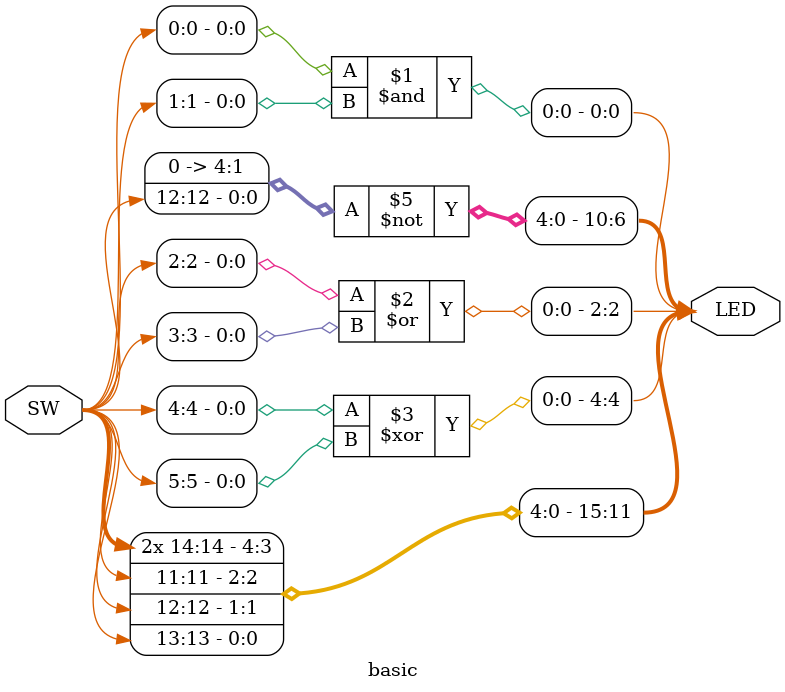
<source format=sv>
`timescale 1ns / 1ps


module basic(
    input logic [15:0] SW,
    output logic [15:0] LED
);

assign LED[0] = SW[0] & SW[1];
assign LED[2] = SW[2] | SW[3];
assign LED[4] = SW[4] ^ SW[5];
assign LED[10:6] = ~SW[10^6];
assign LED[13:11] = {SW[11], SW[12], SW[13]};
assign LED[15:14] = { 2{SW[14]} };
endmodule

</source>
